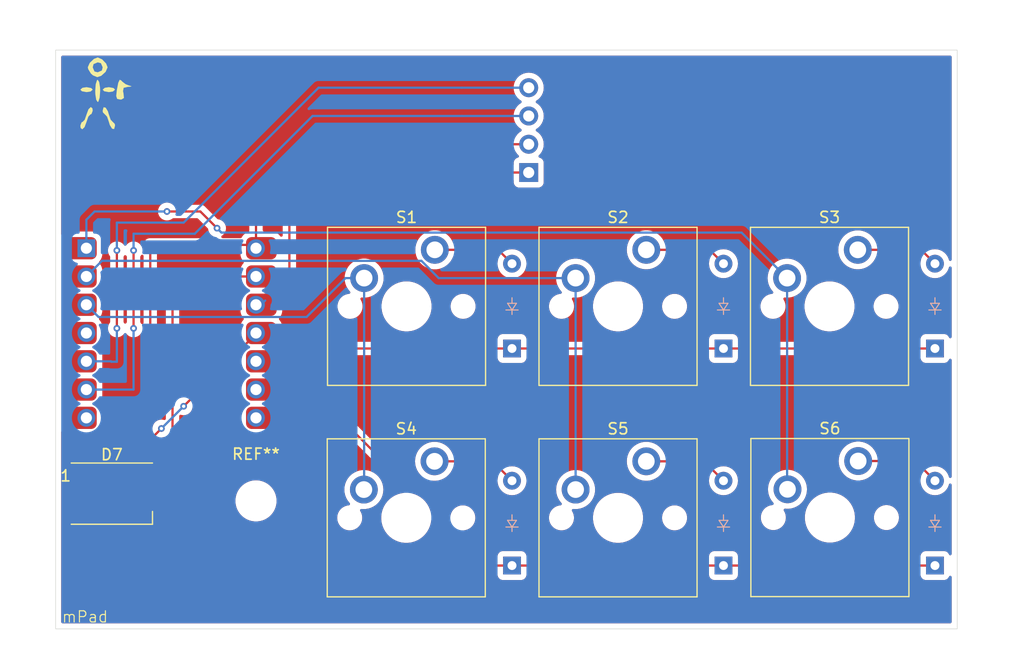
<source format=kicad_pcb>
(kicad_pcb (version 20240108) (generator "pcbnew") (generator_version "8.0")
  (layers (0 "F.Cu" signal) (31 "B.Cu" signal) (34 "B.Paste" user) (35 "F.Paste" user) (36 "B.SilkS" user "B.Silkscreen") (37 "F.SilkS" user "F.Silkscreen") (38 "B.Mask" user) (39 "F.Mask" user) (44 "Edge.Cuts" user))
  (net 0 "")
  (net 1 "Row 0")
  (net 2 "Net-(D1-A)")
  (net 3 "Net-(D2-A)")
  (net 4 "Net-(D3-A)")
  (net 5 "Row 1")
  (net 6 "Net-(D4-A)")
  (net 7 "Net-(D5-A)")
  (net 8 "Net-(D6-A)")
  (net 9 "Column 0")
  (net 10 "Column 1")
  (net 11 "Column 2")
  (net 14 "VCC")
  (net 15 "unconnected-(U1-3V3-Pad12)")
  (net 16 "GND")
  (net 18 "DIN")
  (net 19 "SDA")
  (net 20 "SCL")
  (footprint "MountingHole:MountingHole_3.2mm_M3" (layer "F.Cu") (at 79.225 79.725)
    (property "Reference" "REF**" (at 0 -4.2 0) (layer "F.SilkS"))
    (property "Value" "MountingHole_3.2mm_M3")
    (pad "" np_thru_hole circle (at 0 0) (size 3.2 3.2) (drill 3.2) (layers "*.Cu" "*.Mask"))
  )
  (footprint "ScottoKeebs_MX:MX_PCB_1.00u" (layer "F.Cu") (at 111.75 62.25)
    (property "Reference" "S2" (at 0 -8 0) (layer "F.SilkS"))
    (property "Value" "Keyswitch")
    (fp_line (start -7.1 -7.1) (end -7.1 7.1) (stroke (width 0.12)) (layer "F.SilkS"))
    (fp_line (start -7.1 7.1) (end 7.1 7.1) (stroke (width 0.12)) (layer "F.SilkS"))
    (fp_line (start 7.1 -7.1) (end -7.1 -7.1) (stroke (width 0.12)) (layer "F.SilkS"))
    (fp_line (start 7.1 7.1) (end 7.1 -7.1) (stroke (width 0.12)) (layer "F.SilkS"))
    (pad "" np_thru_hole circle (at -5.08 0) (size 1.75 1.75) (drill 1.75) (layers "*.Cu" "*.Mask"))
    (pad "" np_thru_hole circle (at 0 0) (size 4 4) (drill 4) (layers "*.Cu" "*.Mask"))
    (pad "" np_thru_hole circle (at 5.08 0) (size 1.75 1.75) (drill 1.75) (layers "*.Cu" "*.Mask"))
    (pad "1" thru_hole circle (at -3.81 -2.54) (size 2.5 2.5) (drill 1.5) (layers "*.Cu" "*.Mask") (net 10 "Column 1"))
    (pad "2" thru_hole circle (at 2.54 -5.08) (size 2.5 2.5) (drill 1.5) (layers "*.Cu" "*.Mask") (net 3 "Net-(D2-A)"))
  )
  (footprint "ScottoKeebs_MCU:Seeed_XIAO_RP2040" (layer "F.Cu") (at 71.605 64.645)
    (property "Reference" "U1" (hide yes))
    (property "Value" "MOUDLE-SEEEDUINO-XIAO")
    (pad "1" smd roundrect (at -8.065 -7.62) (size 2.75 2) (layers "F.Cu" "F.Paste" "F.Mask") (net 11 "Column 2"))
    (pad "1" thru_hole rect (at -7.62 -7.62 90) (size 1.6 1.6) (drill 1) (layers "*.Cu" "*.Mask") (net 11 "Column 2"))
    (pad "2" smd roundrect (at -8.065 -5.08) (size 2.75 2) (layers "F.Cu" "F.Paste" "F.Mask") (net 10 "Column 1"))
    (pad "2" thru_hole circle (at -7.62 -5.08 90) (size 1.6 1.6) (drill 1) (layers "*.Cu" "*.Mask") (net 10 "Column 1"))
    (pad "3" smd roundrect (at -8.065 -2.54) (size 2.75 2) (layers "F.Cu" "F.Paste" "F.Mask") (net 9 "Column 0"))
    (pad "3" thru_hole circle (at -7.62 -2.54 90) (size 1.6 1.6) (drill 1) (layers "*.Cu" "*.Mask") (net 9 "Column 0"))
    (pad "4" smd roundrect (at -8.065 0) (size 2.75 2) (layers "F.Cu" "F.Paste" "F.Mask"))
    (pad "4" thru_hole circle (at -7.62 0 90) (size 1.6 1.6) (drill 1) (layers "*.Cu" "*.Mask"))
    (pad "5" smd roundrect (at -8.065 2.54) (size 2.75 2) (layers "F.Cu" "F.Paste" "F.Mask") (net 19 "SDA"))
    (pad "5" thru_hole circle (at -7.62 2.54 90) (size 1.6 1.6) (drill 1) (layers "*.Cu" "*.Mask") (net 19 "SDA"))
    (pad "6" smd roundrect (at -8.065 5.08) (size 2.75 2) (layers "F.Cu" "F.Paste" "F.Mask") (net 20 "SCL"))
    (pad "6" thru_hole circle (at -7.62 5.08 90) (size 1.6 1.6) (drill 1) (layers "*.Cu" "*.Mask") (net 20 "SCL"))
    (pad "7" smd roundrect (at -8.065 7.62) (size 2.75 2) (layers "F.Cu" "F.Paste" "F.Mask"))
    (pad "7" thru_hole circle (at -7.62 7.62 90) (size 1.6 1.6) (drill 1) (layers "*.Cu" "*.Mask"))
    (pad "8" thru_hole circle (at 7.62 7.62 90) (size 1.6 1.6) (drill 1) (layers "*.Cu" "*.Mask"))
    (pad "8" smd roundrect (at 8.1 7.62) (size 2.75 2) (layers "F.Cu" "F.Paste" "F.Mask"))
    (pad "9" thru_hole circle (at 7.62 5.08 90) (size 1.6 1.6) (drill 1) (layers "*.Cu" "*.Mask") (net 5 "Row 1"))
    (pad "9" smd roundrect (at 8.1 5.08) (size 2.75 2) (layers "F.Cu" "F.Paste" "F.Mask") (net 5 "Row 1"))
    (pad "10" thru_hole circle (at 7.62 2.54 90) (size 1.6 1.6) (drill 1) (layers "*.Cu" "*.Mask") (net 1 "Row 0"))
    (pad "10" smd roundrect (at 8.1 2.54) (size 2.75 2) (layers "F.Cu" "F.Paste" "F.Mask") (net 1 "Row 0"))
    (pad "11" thru_hole circle (at 7.62 0 90) (size 1.6 1.6) (drill 1) (layers "*.Cu" "*.Mask") (net 18 "DIN"))
    (pad "11" smd roundrect (at 8.1 0) (size 2.75 2) (layers "F.Cu" "F.Paste" "F.Mask") (net 18 "DIN"))
    (pad "12" thru_hole circle (at 7.62 -2.54 90) (size 1.6 1.6) (drill 1) (layers "*.Cu" "*.Mask") (net 15 "unconnected-(U1-3V3-Pad12)"))
    (pad "12" smd roundrect (at 8.1 -2.54) (size 2.75 2) (layers "F.Cu" "F.Paste" "F.Mask") (net 15 "unconnected-(U1-3V3-Pad12)"))
    (pad "13" thru_hole circle (at 7.62 -5.08 90) (size 1.6 1.6) (drill 1) (layers "*.Cu" "*.Mask") (net 16 "GND"))
    (pad "13" smd roundrect (at 8.1 -5.08) (size 2.75 2) (layers "F.Cu" "F.Paste" "F.Mask") (net 16 "GND"))
    (pad "14" thru_hole circle (at 7.62 -7.62 90) (size 1.6 1.6) (drill 1) (layers "*.Cu" "*.Mask") (net 14 "VCC"))
    (pad "14" smd roundrect (at 8.1 -7.62) (size 2.75 2) (layers "F.Cu" "F.Paste" "F.Mask") (net 14 "VCC"))
  )
  (footprint "ScottoKeebs_MX:MX_PCB_1.00u" (layer "F.Cu") (at 111.75 81.25)
    (property "Reference" "S5" (at 0 -8 0) (layer "F.SilkS"))
    (property "Value" "Keyswitch")
    (fp_line (start -7.1 -7.1) (end -7.1 7.1) (stroke (width 0.12)) (layer "F.SilkS"))
    (fp_line (start -7.1 7.1) (end 7.1 7.1) (stroke (width 0.12)) (layer "F.SilkS"))
    (fp_line (start 7.1 -7.1) (end -7.1 -7.1) (stroke (width 0.12)) (layer "F.SilkS"))
    (fp_line (start 7.1 7.1) (end 7.1 -7.1) (stroke (width 0.12)) (layer "F.SilkS"))
    (pad "" np_thru_hole circle (at -5.08 0) (size 1.75 1.75) (drill 1.75) (layers "*.Cu" "*.Mask"))
    (pad "" np_thru_hole circle (at 0 0) (size 4 4) (drill 4) (layers "*.Cu" "*.Mask"))
    (pad "" np_thru_hole circle (at 5.08 0) (size 1.75 1.75) (drill 1.75) (layers "*.Cu" "*.Mask"))
    (pad "1" thru_hole circle (at -3.81 -2.54) (size 2.5 2.5) (drill 1.5) (layers "*.Cu" "*.Mask") (net 10 "Column 1"))
    (pad "2" thru_hole circle (at 2.54 -5.08) (size 2.5 2.5) (drill 1.5) (layers "*.Cu" "*.Mask") (net 7 "Net-(D5-A)"))
  )
  (footprint "ScottoKeebs_MX:MX_PCB_1.00u" (layer "F.Cu") (at 130.785 81.225)
    (property "Reference" "S6" (at 0 -8 0) (layer "F.SilkS"))
    (property "Value" "Keyswitch")
    (fp_line (start -7.1 -7.1) (end -7.1 7.1) (stroke (width 0.12)) (layer "F.SilkS"))
    (fp_line (start -7.1 7.1) (end 7.1 7.1) (stroke (width 0.12)) (layer "F.SilkS"))
    (fp_line (start 7.1 -7.1) (end -7.1 -7.1) (stroke (width 0.12)) (layer "F.SilkS"))
    (fp_line (start 7.1 7.1) (end 7.1 -7.1) (stroke (width 0.12)) (layer "F.SilkS"))
    (pad "" np_thru_hole circle (at -5.08 0) (size 1.75 1.75) (drill 1.75) (layers "*.Cu" "*.Mask"))
    (pad "" np_thru_hole circle (at 0 0) (size 4 4) (drill 4) (layers "*.Cu" "*.Mask"))
    (pad "" np_thru_hole circle (at 5.08 0) (size 1.75 1.75) (drill 1.75) (layers "*.Cu" "*.Mask"))
    (pad "1" thru_hole circle (at -3.81 -2.54) (size 2.5 2.5) (drill 1.5) (layers "*.Cu" "*.Mask") (net 11 "Column 2"))
    (pad "2" thru_hole circle (at 2.54 -5.08) (size 2.5 2.5) (drill 1.5) (layers "*.Cu" "*.Mask") (net 8 "Net-(D6-A)"))
  )
  (footprint "ScottoKeebs_MX:MX_PCB_1.00u" (layer "F.Cu") (at 92.725 81.25)
    (property "Reference" "S4" (at 0 -8 0) (layer "F.SilkS"))
    (property "Value" "Keyswitch")
    (fp_line (start -7.1 -7.1) (end -7.1 7.1) (stroke (width 0.12)) (layer "F.SilkS"))
    (fp_line (start -7.1 7.1) (end 7.1 7.1) (stroke (width 0.12)) (layer "F.SilkS"))
    (fp_line (start 7.1 -7.1) (end -7.1 -7.1) (stroke (width 0.12)) (layer "F.SilkS"))
    (fp_line (start 7.1 7.1) (end 7.1 -7.1) (stroke (width 0.12)) (layer "F.SilkS"))
    (pad "" np_thru_hole circle (at -5.08 0) (size 1.75 1.75) (drill 1.75) (layers "*.Cu" "*.Mask"))
    (pad "" np_thru_hole circle (at 0 0) (size 4 4) (drill 4) (layers "*.Cu" "*.Mask"))
    (pad "" np_thru_hole circle (at 5.08 0) (size 1.75 1.75) (drill 1.75) (layers "*.Cu" "*.Mask"))
    (pad "1" thru_hole circle (at -3.81 -2.54) (size 2.5 2.5) (drill 1.5) (layers "*.Cu" "*.Mask") (net 9 "Column 0"))
    (pad "2" thru_hole circle (at 2.54 -5.08) (size 2.5 2.5) (drill 1.5) (layers "*.Cu" "*.Mask") (net 6 "Net-(D4-A)"))
  )
  (footprint "mygraphics:robby" (layer "F.Cu") (at 65.225 43.225)
    (property "Reference" "G***" (hide yes))
    (property "Value" "LOGO" (hide yes))
    (fp_poly (pts (xy -0.806715 -0.592152) (xy -0.668421 -0.445614) (xy -0.859095 -0.278125) (xy -1.225439 -0.222807) (xy -1.644162 -0.299077) (xy -1.782456 -0.445614) (xy -1.591782 -0.613103) (xy -1.225439 -0.668421)) (fill solid) (layer "F.SilkS"))
    (fp_poly (pts (xy 1.198548 -0.592152) (xy 1.336842 -0.445614) (xy 1.146168 -0.278125) (xy 0.779825 -0.222807) (xy 0.361101 -0.299077) (xy 0.222807 -0.445614) (xy 0.413481 -0.613103) (xy 0.779825 -0.668421)) (fill solid) (layer "F.SilkS"))
    (fp_poly (pts (xy -0.08993 -1.1377) (xy -0.010224 -0.633847) (xy 0 -0.334211) (xy -0.044254 0.263735) (xy -0.156221 0.622415) (xy -0.222807 0.668421) (xy -0.355684 0.469279) (xy -0.43539 -0.034574) (xy -0.445614 -0.334211) (xy -0.40136 -0.932156) (xy -0.289393 -1.290836) (xy -0.222807 -1.336842)) (fill solid) (layer "F.SilkS"))
    (fp_poly (pts (xy -0.694799 1.231265) (xy -0.668421 1.448246) (xy -0.779333 1.744888) (xy -0.873525 1.782456) (xy -1.059243 1.974532) (xy -1.222545 2.43788) (xy -1.225439 2.450877) (xy -1.399242 2.917634) (xy -1.605812 3.119179) (xy -1.756079 3.002069) (xy -1.782456 2.785088) (xy -1.671544 2.488445) (xy -1.577352 2.450877) (xy -1.391634 2.258802) (xy -1.228332 1.795453) (xy -1.225439 1.782456) (xy -1.051635 1.315699) (xy -0.845065 1.114154)) (fill solid) (layer "F.SilkS"))
    (fp_poly (pts (xy 0.491853 1.169595) (xy 0.694553 1.498485) (xy 0.779825 1.782456) (xy 0.9415 2.250217) (xy 1.127723 2.450752) (xy 1.131738 2.450877) (xy 1.313787 2.631605) (xy 1.336842 2.785088) (xy 1.254736 3.098299) (xy 1.067797 3.063738) (xy 0.865097 2.734848) (xy 0.779825 2.450877) (xy 0.618149 1.983116) (xy 0.431927 1.782582) (xy 0.427911 1.782456) (xy 0.245863 1.601728) (xy 0.222807 1.448246) (xy 0.304914 1.135035)) (fill solid) (layer "F.SilkS"))
    (fp_poly (pts (xy 1.911085 -1.262415) (xy 1.961676 -1.189059) (xy 2.290954 -0.933809) (xy 2.562281 -0.831445) (xy 2.835535 -0.746707) (xy 2.692317 -0.706884) (xy 2.482425 -0.694267) (xy 2.110613 -0.60814) (xy 2.054085 -0.311503) (xy 2.096758 -0.111404) (xy 2.137476 0.303514) (xy 1.917694 0.44042) (xy 1.800709 0.445614) (xy 1.523483 0.386333) (xy 1.439293 0.127536) (xy 1.49379 -0.389912) (xy 1.622342 -1.063104) (xy 1.752293 -1.338315)) (fill solid) (layer "F.SilkS"))
    (fp_poly (pts (xy 0.17323 -3.170244) (xy 0.536802 -2.790262) (xy 0.668421 -2.450877) (xy 0.491187 -2.043748) (xy 0.095122 -1.687239) (xy -0.262594 -1.568124) (xy -0.650372 -1.72923) (xy -0.835526 -1.892931) (xy -1.073836 -2.283715) (xy -1.112528 -2.450877) (xy -0.668421 -2.450877) (xy -0.510873 -2.078498) (xy -0.222807 -2.005263) (xy 0.149572 -2.162812) (xy 0.222807 -2.450877) (xy 0.065259 -2.823256) (xy -0.222807 -2.896491) (xy -0.595186 -2.738943) (xy -0.668421 -2.450877) (xy -1.112528 -2.450877) (xy -1.114035 -2.457388) (xy -0.942572 -2.847758) (xy -0.563844 -3.208895) (xy -0.222807 -3.342105)) (fill solid) (layer "F.SilkS"))
  )
  (footprint "ScottoKeebs_Components:LED_WS2812B" (layer "F.Cu") (at 66.275 79.075)
    (property "Reference" "D7" (at 0 -3.5 0) (layer "F.SilkS"))
    (property "Value" "LED_WS2812B")
    (fp_line (start -3.65 -2.75) (end 3.65 -2.75) (stroke (width 0.12)) (layer "F.SilkS"))
    (fp_line (start -3.65 2.75) (end 3.65 2.75) (stroke (width 0.12)) (layer "F.SilkS"))
    (fp_line (start 3.65 2.75) (end 3.65 1.6) (stroke (width 0.12)) (layer "F.SilkS"))
    (fp_text user "1" (at -4.15 -1.6 0) (layer "F.SilkS"))
    (pad "1" smd rect (at -2.45 -1.65) (size 1.5 0.9) (layers "F.Cu" "F.Paste" "F.Mask") (net 14 "VCC"))
    (pad "2" smd rect (at -2.45 1.65) (size 1.5 0.9) (layers "F.Cu" "F.Paste" "F.Mask"))
    (pad "3" smd rect (at 2.45 1.65) (size 1.5 0.9) (layers "F.Cu" "F.Paste" "F.Mask") (net 16 "GND"))
    (pad "4" smd rect (at 2.45 -1.65) (size 1.5 0.9) (layers "F.Cu" "F.Paste" "F.Mask") (net 18 "DIN"))
  )
  (footprint "ScottoKeebs_MX:MX_PCB_1.00u" (layer "F.Cu") (at 92.75 62.25)
    (property "Reference" "S1" (at 0 -8 0) (layer "F.SilkS"))
    (property "Value" "Keyswitch")
    (fp_line (start -7.1 -7.1) (end -7.1 7.1) (stroke (width 0.12)) (layer "F.SilkS"))
    (fp_line (start -7.1 7.1) (end 7.1 7.1) (stroke (width 0.12)) (layer "F.SilkS"))
    (fp_line (start 7.1 -7.1) (end -7.1 -7.1) (stroke (width 0.12)) (layer "F.SilkS"))
    (fp_line (start 7.1 7.1) (end 7.1 -7.1) (stroke (width 0.12)) (layer "F.SilkS"))
    (pad "" np_thru_hole circle (at -5.08 0) (size 1.75 1.75) (drill 1.75) (layers "*.Cu" "*.Mask"))
    (pad "" np_thru_hole circle (at 0 0) (size 4 4) (drill 4) (layers "*.Cu" "*.Mask"))
    (pad "" np_thru_hole circle (at 5.08 0) (size 1.75 1.75) (drill 1.75) (layers "*.Cu" "*.Mask"))
    (pad "1" thru_hole circle (at -3.81 -2.54) (size 2.5 2.5) (drill 1.5) (layers "*.Cu" "*.Mask") (net 9 "Column 0"))
    (pad "2" thru_hole circle (at 2.54 -5.08) (size 2.5 2.5) (drill 1.5) (layers "*.Cu" "*.Mask") (net 2 "Net-(D1-A)"))
  )
  (footprint "ScottoKeebs_MX:MX_PCB_1.00u" (layer "F.Cu") (at 130.75 62.25)
    (property "Reference" "S3" (at 0 -8 0) (layer "F.SilkS"))
    (property "Value" "Keyswitch")
    (fp_line (start -7.1 -7.1) (end -7.1 7.1) (stroke (width 0.12)) (layer "F.SilkS"))
    (fp_line (start -7.1 7.1) (end 7.1 7.1) (stroke (width 0.12)) (layer "F.SilkS"))
    (fp_line (start 7.1 -7.1) (end -7.1 -7.1) (stroke (width 0.12)) (layer "F.SilkS"))
    (fp_line (start 7.1 7.1) (end 7.1 -7.1) (stroke (width 0.12)) (layer "F.SilkS"))
    (pad "" np_thru_hole circle (at -5.08 0) (size 1.75 1.75) (drill 1.75) (layers "*.Cu" "*.Mask"))
    (pad "" np_thru_hole circle (at 0 0) (size 4 4) (drill 4) (layers "*.Cu" "*.Mask"))
    (pad "" np_thru_hole circle (at 5.08 0) (size 1.75 1.75) (drill 1.75) (layers "*.Cu" "*.Mask"))
    (pad "1" thru_hole circle (at -3.81 -2.54) (size 2.5 2.5) (drill 1.5) (layers "*.Cu" "*.Mask") (net 11 "Column 2"))
    (pad "2" thru_hole circle (at 2.54 -5.08) (size 2.5 2.5) (drill 1.5) (layers "*.Cu" "*.Mask") (net 4 "Net-(D3-A)"))
  )
  (footprint "ScottoKeebs_Components:OLED_128x32" (layer "F.Cu") (at 102.125 40.425)
    (property "Reference" "J1" (hide yes))
    (property "Value" "OLED_128x32")
    (pad "1" thru_hole rect (at 1.6 9.8 180) (size 1.7 1.7) (drill 1) (layers "*.Cu" "*.Mask") (net 16 "GND"))
    (pad "2" thru_hole oval (at 1.6 7.26 180) (size 1.7 1.7) (drill 1) (layers "*.Cu" "*.Mask") (net 14 "VCC"))
    (pad "3" thru_hole oval (at 1.6 4.72 180) (size 1.7 1.7) (drill 1) (layers "*.Cu" "*.Mask") (net 20 "SCL"))
    (pad "4" thru_hole oval (at 1.6 2.18 180) (size 1.7 1.7) (drill 1) (layers "*.Cu" "*.Mask") (net 19 "SDA"))
  )
  (footprint "ScottoKeebs_Components:Diode_DO-35" (layer "B.Cu") (at 102.225 66.035 90)
    (property "Reference" "D1" (hide yes))
    (property "Value" "Diode" (hide yes))
    (fp_line (start 3.46 -0.55) (end 3.46 0.55) (stroke (width 0.1)) (layer "B.SilkS"))
    (fp_line (start 4.06 -0.4) (end 4.06 0.4) (stroke (width 0.1)) (layer "B.SilkS"))
    (fp_line (start 4.56 0) (end 4.06 0) (stroke (width 0.1)) (layer "B.SilkS"))
    (fp_line (start 3.46 0) (end 4.06 -0.4) (stroke (width 0.1)) (layer "B.SilkS"))
    (fp_line (start 3.46 0) (end 3.06 0) (stroke (width 0.1)) (layer "B.SilkS"))
    (fp_line (start 4.06 0.4) (end 3.46 0) (stroke (width 0.1)) (layer "B.SilkS"))
    (pad "1" thru_hole rect (at 0 0 90) (size 1.6 1.6) (drill 0.8) (layers "*.Cu" "*.Mask") (net 1 "Row 0"))
    (pad "2" thru_hole oval (at 7.62 0 90) (size 1.6 1.6) (drill 0.8) (layers "*.Cu" "*.Mask") (net 2 "Net-(D1-A)"))
  )
  (footprint "ScottoKeebs_Components:Diode_DO-35" (layer "B.Cu") (at 140.225 66.035 90)
    (property "Reference" "D3" (hide yes))
    (property "Value" "Diode" (hide yes))
    (fp_line (start 3.46 -0.55) (end 3.46 0.55) (stroke (width 0.1)) (layer "B.SilkS"))
    (fp_line (start 4.06 -0.4) (end 4.06 0.4) (stroke (width 0.1)) (layer "B.SilkS"))
    (fp_line (start 4.56 0) (end 4.06 0) (stroke (width 0.1)) (layer "B.SilkS"))
    (fp_line (start 3.46 0) (end 4.06 -0.4) (stroke (width 0.1)) (layer "B.SilkS"))
    (fp_line (start 3.46 0) (end 3.06 0) (stroke (width 0.1)) (layer "B.SilkS"))
    (fp_line (start 4.06 0.4) (end 3.46 0) (stroke (width 0.1)) (layer "B.SilkS"))
    (pad "1" thru_hole rect (at 0 0 90) (size 1.6 1.6) (drill 0.8) (layers "*.Cu" "*.Mask") (net 1 "Row 0"))
    (pad "2" thru_hole oval (at 7.62 0 90) (size 1.6 1.6) (drill 0.8) (layers "*.Cu" "*.Mask") (net 4 "Net-(D3-A)"))
  )
  (footprint "ScottoKeebs_Components:Diode_DO-35" (layer "B.Cu") (at 121.225 85.535 90)
    (property "Reference" "D5" (hide yes))
    (property "Value" "Diode" (hide yes))
    (fp_line (start 3.46 -0.55) (end 3.46 0.55) (stroke (width 0.1)) (layer "B.SilkS"))
    (fp_line (start 4.06 -0.4) (end 4.06 0.4) (stroke (width 0.1)) (layer "B.SilkS"))
    (fp_line (start 4.56 0) (end 4.06 0) (stroke (width 0.1)) (layer "B.SilkS"))
    (fp_line (start 3.46 0) (end 4.06 -0.4) (stroke (width 0.1)) (layer "B.SilkS"))
    (fp_line (start 3.46 0) (end 3.06 0) (stroke (width 0.1)) (layer "B.SilkS"))
    (fp_line (start 4.06 0.4) (end 3.46 0) (stroke (width 0.1)) (layer "B.SilkS"))
    (pad "1" thru_hole rect (at 0 0 90) (size 1.6 1.6) (drill 0.8) (layers "*.Cu" "*.Mask") (net 5 "Row 1"))
    (pad "2" thru_hole oval (at 7.62 0 90) (size 1.6 1.6) (drill 0.8) (layers "*.Cu" "*.Mask") (net 7 "Net-(D5-A)"))
  )
  (footprint "ScottoKeebs_Components:Diode_DO-35" (layer "B.Cu") (at 121.225 66.035 90)
    (property "Reference" "D2" (hide yes))
    (property "Value" "Diode" (hide yes))
    (fp_line (start 3.46 -0.55) (end 3.46 0.55) (stroke (width 0.1)) (layer "B.SilkS"))
    (fp_line (start 4.06 -0.4) (end 4.06 0.4) (stroke (width 0.1)) (layer "B.SilkS"))
    (fp_line (start 4.56 0) (end 4.06 0) (stroke (width 0.1)) (layer "B.SilkS"))
    (fp_line (start 3.46 0) (end 4.06 -0.4) (stroke (width 0.1)) (layer "B.SilkS"))
    (fp_line (start 3.46 0) (end 3.06 0) (stroke (width 0.1)) (layer "B.SilkS"))
    (fp_line (start 4.06 0.4) (end 3.46 0) (stroke (width 0.1)) (layer "B.SilkS"))
    (pad "1" thru_hole rect (at 0 0 90) (size 1.6 1.6) (drill 0.8) (layers "*.Cu" "*.Mask") (net 1 "Row 0"))
    (pad "2" thru_hole oval (at 7.62 0 90) (size 1.6 1.6) (drill 0.8) (layers "*.Cu" "*.Mask") (net 3 "Net-(D2-A)"))
  )
  (footprint "ScottoKeebs_Components:Diode_DO-35" (layer "B.Cu") (at 140.225 85.535 90)
    (property "Reference" "D6" (hide yes))
    (property "Value" "Diode" (hide yes))
    (fp_line (start 3.46 -0.55) (end 3.46 0.55) (stroke (width 0.1)) (layer "B.SilkS"))
    (fp_line (start 4.06 -0.4) (end 4.06 0.4) (stroke (width 0.1)) (layer "B.SilkS"))
    (fp_line (start 4.56 0) (end 4.06 0) (stroke (width 0.1)) (layer "B.SilkS"))
    (fp_line (start 3.46 0) (end 4.06 -0.4) (stroke (width 0.1)) (layer "B.SilkS"))
    (fp_line (start 3.46 0) (end 3.06 0) (stroke (width 0.1)) (layer "B.SilkS"))
    (fp_line (start 4.06 0.4) (end 3.46 0) (stroke (width 0.1)) (layer "B.SilkS"))
    (pad "1" thru_hole rect (at 0 0 90) (size 1.6 1.6) (drill 0.8) (layers "*.Cu" "*.Mask") (net 5 "Row 1"))
    (pad "2" thru_hole oval (at 7.62 0 90) (size 1.6 1.6) (drill 0.8) (layers "*.Cu" "*.Mask") (net 8 "Net-(D6-A)"))
  )
  (footprint "ScottoKeebs_Components:Diode_DO-35" (layer "B.Cu") (at 102.225 85.535 90)
    (property "Reference" "D4" (hide yes))
    (property "Value" "Diode" (hide yes))
    (fp_line (start 3.46 -0.55) (end 3.46 0.55) (stroke (width 0.1)) (layer "B.SilkS"))
    (fp_line (start 4.06 -0.4) (end 4.06 0.4) (stroke (width 0.1)) (layer "B.SilkS"))
    (fp_line (start 4.56 0) (end 4.06 0) (stroke (width 0.1)) (layer "B.SilkS"))
    (fp_line (start 3.46 0) (end 4.06 -0.4) (stroke (width 0.1)) (layer "B.SilkS"))
    (fp_line (start 3.46 0) (end 3.06 0) (stroke (width 0.1)) (layer "B.SilkS"))
    (fp_line (start 4.06 0.4) (end 3.46 0) (stroke (width 0.1)) (layer "B.SilkS"))
    (pad "1" thru_hole rect (at 0 0 90) (size 1.6 1.6) (drill 0.8) (layers "*.Cu" "*.Mask") (net 5 "Row 1"))
    (pad "2" thru_hole oval (at 7.62 0 90) (size 1.6 1.6) (drill 0.8) (layers "*.Cu" "*.Mask") (net 6 "Net-(D4-A)"))
  )
  (gr_rect (start 61.225 39.225) (end 142.225 91.225) (stroke (width 0.05)) (fill none) (layer "Edge.Cuts"))
  (gr_text "mPad" (at 61.725 90.725 0) (layer "F.SilkS") (effects (font (size 1 1) (thickness 0.1)) (justify left bottom)))
  (segment (start 82.185 67.185) (end 79.225 67.185) (width 0.2) (layer "F.Cu") (net 1))
  (segment (start 82.725 67.225) (end 82.225 67.225) (width 0.2) (layer "F.Cu") (net 1))
  (segment (start 83.915 66.035) (end 82.725 67.225) (width 0.2) (layer "F.Cu") (net 1))
  (segment (start 102.225 66.035) (end 140.225 66.035) (width 0.2) (layer "F.Cu") (net 1))
  (segment (start 82.225 67.225) (end 82.185 67.185) (width 0.2) (layer "F.Cu") (net 1))
  (segment (start 102.225 66.035) (end 83.915 66.035) (width 0.2) (layer "F.Cu") (net 1))
  (segment (start 100.98 57.17) (end 102.225 58.415) (width 0.2) (layer "F.Cu") (net 2))
  (segment (start 95.29 57.17) (end 100.98 57.17) (width 0.2) (layer "F.Cu") (net 2))
  (segment (start 119.98 57.17) (end 121.225 58.415) (width 0.2) (layer "F.Cu") (net 3))
  (segment (start 114.29 57.17) (end 119.98 57.17) (width 0.2) (layer "F.Cu") (net 3))
  (segment (start 138.98 57.17) (end 140.225 58.415) (width 0.2) (layer "F.Cu") (net 4))
  (segment (start 133.29 57.17) (end 138.98 57.17) (width 0.2) (layer "F.Cu") (net 4))
  (segment (start 102.225 85.535) (end 100.035 85.535) (width 0.2) (layer "F.Cu") (net 5))
  (segment (start 140.225 85.535) (end 102.225 85.535) (width 0.2) (layer "F.Cu") (net 5))
  (segment (start 92.725 78.225) (end 84.225 69.725) (width 0.2) (layer "F.Cu") (net 5))
  (segment (start 84.225 69.725) (end 79.225 69.725) (width 0.2) (layer "F.Cu") (net 5))
  (segment (start 95.725 79.725) (end 94.225 78.225) (width 0.2) (layer "F.Cu") (net 5))
  (segment (start 95.725 81.225) (end 95.725 79.725) (width 0.2) (layer "F.Cu") (net 5))
  (segment (start 100.035 85.535) (end 95.725 81.225) (width 0.2) (layer "F.Cu") (net 5))
  (segment (start 94.225 78.225) (end 92.725 78.225) (width 0.2) (layer "F.Cu") (net 5))
  (segment (start 100.48 76.17) (end 102.225 77.915) (width 0.2) (layer "F.Cu") (net 6))
  (segment (start 95.265 76.17) (end 100.48 76.17) (width 0.2) (layer "F.Cu") (net 6))
  (segment (start 114.29 76.17) (end 119.48 76.17) (width 0.2) (layer "F.Cu") (net 7))
  (segment (start 119.48 76.17) (end 121.225 77.915) (width 0.2) (layer "F.Cu") (net 7))
  (segment (start 133.325 76.145) (end 138.455 76.145) (width 0.2) (layer "F.Cu") (net 8))
  (segment (start 138.455 76.145) (end 140.225 77.915) (width 0.2) (layer "F.Cu") (net 8))
  (segment (start 87.265 59.71) (end 83.77 63.205) (width 0.2) (layer "B.Cu") (net 9))
  (segment (start 83.77 63.205) (end 65.085 63.205) (width 0.2) (layer "B.Cu") (net 9))
  (segment (start 88.94 59.71) (end 87.265 59.71) (width 0.2) (layer "B.Cu") (net 9))
  (segment (start 88.94 78.685) (end 88.915 78.71) (width 0.2) (layer "B.Cu") (net 9))
  (segment (start 65.085 63.205) (end 63.985 62.105) (width 0.2) (layer "B.Cu") (net 9))
  (segment (start 88.94 59.71) (end 88.94 78.685) (width 0.2) (layer "B.Cu") (net 9))
  (segment (start 65.39 58.16) (end 63.985 59.565) (width 0.2) (layer "B.Cu") (net 10))
  (segment (start 107.94 59.71) (end 95.637968 59.71) (width 0.2) (layer "B.Cu") (net 10))
  (segment (start 107.94 59.71) (end 107.94 78.71) (width 0.2) (layer "B.Cu") (net 10))
  (segment (start 95.637968 59.71) (end 94.087968 58.16) (width 0.2) (layer "B.Cu") (net 10))
  (segment (start 94.087968 58.16) (end 65.39 58.16) (width 0.2) (layer "B.Cu") (net 10))
  (segment (start 75.725 55.225) (end 74.225 53.725) (width 0.2) (layer "F.Cu") (net 11))
  (segment (start 74.225 53.725) (end 71.225 53.725) (width 0.2) (layer "F.Cu") (net 11))
  (via (at 71.225 53.725) (size 0.6) (drill 0.3) (layers "F.Cu" "B.Cu") (net 11))
  (via (at 75.725 55.225) (size 0.6) (drill 0.3) (layers "F.Cu" "B.Cu") (net 11))
  (segment (start 63.985 54.465) (end 63.985 57.025) (width 0.2) (layer "B.Cu") (net 11))
  (segment (start 64.725 53.725) (end 63.985 54.465) (width 0.2) (layer "B.Cu") (net 11))
  (segment (start 126.94 59.71) (end 122.85 55.62) (width 0.2) (layer "B.Cu") (net 11))
  (segment (start 122.85 55.62) (end 76.12 55.62) (width 0.2) (layer "B.Cu") (net 11))
  (segment (start 126.94 59.71) (end 126.94 78.65) (width 0.2) (layer "B.Cu") (net 11))
  (segment (start 71.225 53.725) (end 64.725 53.725) (width 0.2) (layer "B.Cu") (net 11))
  (segment (start 76.12 55.62) (end 75.725 55.225) (width 0.2) (layer "B.Cu") (net 11))
  (segment (start 126.94 78.65) (end 126.975 78.685) (width 0.2) (layer "B.Cu") (net 11))
  (segment (start 84.265 47.685) (end 79.225 52.725) (width 0.2) (layer "F.Cu") (net 14))
  (segment (start 79.225 52.725) (end 79.225 57.025) (width 0.2) (layer "F.Cu") (net 14))
  (segment (start 69.725 71.525) (end 69.725 56.725) (width 0.2) (layer "F.Cu") (net 14))
  (segment (start 103.725 47.685) (end 84.265 47.685) (width 0.2) (layer "F.Cu") (net 14))
  (segment (start 69.725 56.725) (end 78.925 56.725) (width 0.2) (layer "F.Cu") (net 14))
  (segment (start 63.825 77.425) (end 69.725 71.525) (width 0.2) (layer "F.Cu") (net 14))
  (segment (start 78.925 56.725) (end 79.225 57.025) (width 0.2) (layer "F.Cu") (net 14))
  (segment (start 80.05 61.725) (end 79.67 62.105) (width 0.2) (layer "B.Cu") (net 15))
  (segment (start 71.725 80.725) (end 71.725 59.725) (width 0.2) (layer "F.Cu") (net 16))
  (segment (start 79.565 59.225) (end 79.225 59.565) (width 0.2) (layer "F.Cu") (net 16))
  (segment (start 79.225 59.565) (end 71.885 59.565) (width 0.2) (layer "F.Cu") (net 16))
  (segment (start 71.725 59.725) (end 71.885 59.565) (width 0.2) (layer "F.Cu") (net 16))
  (segment (start 84.225 50.225) (end 82.225 52.225) (width 0.2) (layer "F.Cu") (net 16))
  (segment (start 82.225 52.225) (end 82.225 59.225) (width 0.2) (layer "F.Cu") (net 16))
  (segment (start 103.725 50.225) (end 84.225 50.225) (width 0.2) (layer "F.Cu") (net 16))
  (segment (start 82.225 59.225) (end 79.565 59.225) (width 0.2) (layer "F.Cu") (net 16))
  (segment (start 68.725 80.725) (end 71.725 80.725) (width 0.2) (layer "F.Cu") (net 16))
  (segment (start 68.725 77.425) (end 68.725 75.225) (width 0.2) (layer "F.Cu") (net 18))
  (segment (start 68.725 75.225) (end 70.725 73.225) (width 0.2) (layer "F.Cu") (net 18))
  (segment (start 79.225 64.725) (end 79.225 64.645) (width 0.2) (layer "F.Cu") (net 18))
  (segment (start 72.725 71.225) (end 79.225 64.725) (width 0.2) (layer "F.Cu") (net 18))
  (via (at 70.725 73.225) (size 0.6) (drill 0.3) (layers "F.Cu" "B.Cu") (net 18))
  (via (at 72.725 71.225) (size 0.6) (drill 0.3) (layers "F.Cu" "B.Cu") (net 18))
  (segment (start 70.725 73.225) (end 72.725 71.225) (width 0.2) (layer "B.Cu") (net 18))
  (segment (start 66.725 57.225) (end 66.725 64.225) (width 0.2) (layer "F.Cu") (net 19))
  (segment (start 64.025 67.225) (end 63.985 67.185) (width 0.2) (layer "F.Cu") (net 19))
  (via (at 66.725 64.225) (size 0.6) (drill 0.3) (layers "F.Cu" "B.Cu") (net 19))
  (via (at 66.725 57.225) (size 0.6) (drill 0.3) (layers "F.Cu" "B.Cu") (net 19))
  (segment (start 66.725 64.225) (end 66.725 67.225) (width 0.2) (layer "B.Cu") (net 19))
  (segment (start 66.185 67.185) (end 63.985 67.185) (width 0.2) (layer "B.Cu") (net 19))
  (segment (start 66.725 54.725) (end 66.725 57.225) (width 0.2) (layer "B.Cu") (net 19))
  (segment (start 66.225 67.225) (end 66.185 67.185) (width 0.2) (layer "B.Cu") (net 19))
  (segment (start 66.725 67.225) (end 66.225 67.225) (width 0.2) (layer "B.Cu") (net 19))
  (segment (start 84.845 42.605) (end 72.725 54.725) (width 0.2) (layer "B.Cu") (net 19))
  (segment (start 103.725 42.605) (end 97.725 42.605) (width 0.2) (layer "B.Cu") (net 19))
  (segment (start 72.725 54.725) (end 66.725 54.725) (width 0.2) (layer "B.Cu") (net 19))
  (segment (start 97.725 42.605) (end 84.845 42.605) (width 0.2) (layer "B.Cu") (net 19))
  (segment (start 68.225 57.225) (end 68.225 64.225) (width 0.2) (layer "F.Cu") (net 20))
  (via (at 68.225 57.225) (size 0.6) (drill 0.3) (layers "F.Cu" "B.Cu") (net 20))
  (via (at 68.225 64.225) (size 0.6) (drill 0.3) (layers "F.Cu" "B.Cu") (net 20))
  (segment (start 68.225 55.725) (end 68.225 57.225) (width 0.2) (layer "B.Cu") (net 20))
  (segment (start 97.725 45.145) (end 84.305 45.145) (width 0.2) (layer "B.Cu") (net 20))
  (segment (start 84.305 45.145) (end 73.725 55.725) (width 0.2) (layer "B.Cu") (net 20))
  (segment (start 103.725 45.145) (end 97.725 45.145) (width 0.2) (layer "B.Cu") (net 20))
  (segment (start 73.725 55.725) (end 68.225 55.725) (width 0.2) (layer "B.Cu") (net 20))
  (segment (start 68.225 64.225) (end 68.225 69.725) (width 0.2) (layer "B.Cu") (net 20))
  (segment (start 68.225 69.725) (end 63.985 69.725) (width 0.2) (layer "B.Cu") (net 20))
  (zone (net 0) (net_name "") (layers "F&B.Cu") (connect_pads (clearance 0.5)) (min_thickness 0.25) (fill yes (thermal_gap 0.5) (thermal_bridge_width 0.5) (island_removal_mode 1) (island_area_min 10))
    (polygon (pts (xy 148.225 34.725) (xy 56.225 35.225) (xy 56.225 94.225) (xy 148.225 93.725)))
  )
)
</source>
